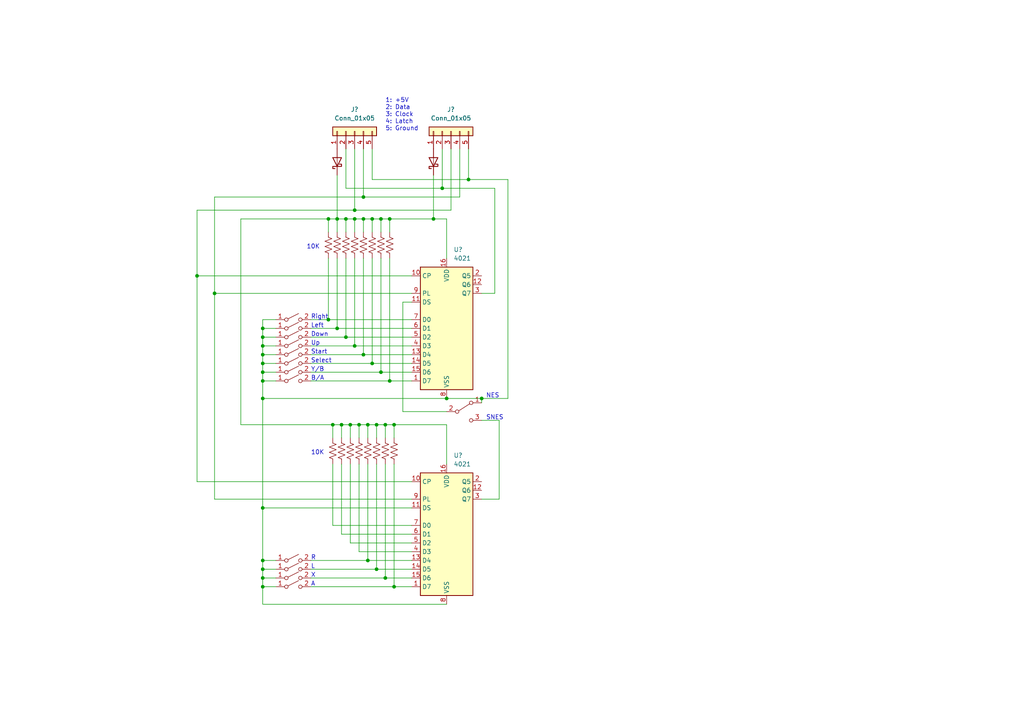
<source format=kicad_sch>
(kicad_sch (version 20230121) (generator eeschema)
  (paper "A4")
  (lib_symbols
    (symbol "4xxx:4021"
      (property "Reference" "U" (at -5.08 19.05 0))
      (property "Value" "4021" (at 3.81 19.05 0))
      (symbol "4021_0_1"
        (rectangle (start -7.62 17.78) (end 7.62 -17.78) (stroke (width 0.254)) (fill (type background)))
      )
      (symbol "4021_1_1"
        (pin input line (at -10.16 -15.24 0) (length 2.54) (name "D7") (number "1"))
        (pin input line (at -10.16 15.24 0) (length 2.54) (name "CP") (number "10"))
        (pin input line (at -10.16 7.62 0) (length 2.54) (name "DS") (number "11"))
        (pin output line (at 10.16 12.7 180) (length 2.54) (name "Q6") (number "12"))
        (pin input line (at -10.16 -7.62 0) (length 2.54) (name "D4") (number "13"))
        (pin input line (at -10.16 -10.16 0) (length 2.54) (name "D5") (number "14"))
        (pin input line (at -10.16 -12.7 0) (length 2.54) (name "D6") (number "15"))
        (pin power_in line (at 0 20.32 270) (length 2.54) (name "VDD") (number "16"))
        (pin output line (at 10.16 15.24 180) (length 2.54) (name "Q5") (number "2"))
        (pin output line (at 10.16 10.16 180) (length 2.54) (name "Q7") (number "3"))
        (pin input line (at -10.16 -5.08 0) (length 2.54) (name "D3") (number "4"))
        (pin input line (at -10.16 -2.54 0) (length 2.54) (name "D2") (number "5"))
        (pin input line (at -10.16 0 0) (length 2.54) (name "D1") (number "6"))
        (pin input line (at -10.16 2.54 0) (length 2.54) (name "D0") (number "7"))
        (pin power_in line (at 0 -20.32 90) (length 2.54) (name "VSS") (number "8"))
        (pin input line (at -10.16 10.16 0) (length 2.54) (name "PL") (number "9"))
      )
    )
    (symbol "Connector_Generic:Conn_01x05" (pin_names (offset 1.016) hide)
      (property "Reference" "J" (at 0 7.62 0))
      (property "Value" "Conn_01x05" (at 0 -7.62 0))
      (symbol "Conn_01x05_1_1"
        (rectangle (start -1.27 -4.953) (end 0 -5.207) (stroke (width 0.1524)))
        (rectangle (start -1.27 -2.413) (end 0 -2.667) (stroke (width 0.1524)))
        (rectangle (start -1.27 0.127) (end 0 -0.127) (stroke (width 0.1524)))
        (rectangle (start -1.27 2.667) (end 0 2.413) (stroke (width 0.1524)))
        (rectangle (start -1.27 5.207) (end 0 4.953) (stroke (width 0.1524)))
        (rectangle (start -1.27 6.35) (end 1.27 -6.35) (stroke (width 0.254)) (fill (type background)))
        (pin passive line (at -5.08 5.08 0) (length 3.81) (name "Pin_1") (number "1"))
        (pin passive line (at -5.08 2.54 0) (length 3.81) (name "Pin_2") (number "2"))
        (pin passive line (at -5.08 0 0) (length 3.81) (name "Pin_3") (number "3"))
        (pin passive line (at -5.08 -2.54 0) (length 3.81) (name "Pin_4") (number "4"))
        (pin passive line (at -5.08 -5.08 0) (length 3.81) (name "Pin_5") (number "5"))
      )
    )
    (symbol "Device:D_Schottky" (pin_numbers hide) (pin_names (offset 1.016) hide)
      (property "Reference" "D" (at 0 2.54 0))
      (property "Value" "D_Schottky" (at 0 -2.54 0))
      (symbol "D_Schottky_0_1"
        (polyline (pts (xy 1.27 0) (xy -1.27 0)))
        (polyline (pts (xy 1.27 1.27) (xy 1.27 -1.27) (xy -1.27 0) (xy 1.27 1.27)) (stroke (width 0.254)))
        (polyline (pts (xy -1.905 0.635) (xy -1.905 1.27) (xy -1.27 1.27) (xy -1.27 -1.27) (xy -0.635 -1.27) (xy -0.635 -0.635)) (stroke (width 0.254)))
      )
      (symbol "D_Schottky_1_1"
        (pin passive line (at -3.81 0 0) (length 2.54) (name "K") (number "1"))
        (pin passive line (at 3.81 0 180) (length 2.54) (name "A") (number "2"))
      )
    )
    (symbol "Device:R_US" (pin_numbers hide) (pin_names (offset 0))
      (property "Reference" "R" (at 2.54 0 90))
      (property "Value" "R_US" (at -2.54 0 90))
      (symbol "R_US_0_1"
        (polyline (pts (xy 0 -2.286) (xy 0 -2.54)))
        (polyline (pts (xy 0 2.286) (xy 0 2.54)))
        (polyline (pts (xy 0 -0.762) (xy 1.016 -1.143) (xy 0 -1.524) (xy -1.016 -1.905) (xy 0 -2.286)))
        (polyline (pts (xy 0 0.762) (xy 1.016 0.381) (xy 0 0) (xy -1.016 -0.381) (xy 0 -0.762)))
        (polyline (pts (xy 0 2.286) (xy 1.016 1.905) (xy 0 1.524) (xy -1.016 1.143) (xy 0 0.762)))
      )
      (symbol "R_US_1_1"
        (pin passive line (at 0 3.81 270) (length 1.27) (name "~") (number "1"))
        (pin passive line (at 0 -3.81 90) (length 1.27) (name "~") (number "2"))
      )
    )
    (symbol "Switch:SW_SPDT" (pin_names (offset 0) hide)
      (property "Reference" "SW" (at 0 4.318 0))
      (property "Value" "SW_SPDT" (at 0 -5.08 0))
      (symbol "SW_SPDT_0_0"
        (circle (center -2.032 0) (radius 0.508))
        (circle (center 2.032 -2.54) (radius 0.508))
      )
      (symbol "SW_SPDT_0_1"
        (polyline (pts (xy -1.524 0.254) (xy 1.651 2.286)))
        (circle (center 2.032 2.54) (radius 0.508))
      )
      (symbol "SW_SPDT_1_1"
        (pin passive line (at 5.08 2.54 180) (length 2.54) (name "A") (number "1"))
        (pin passive line (at -5.08 0 0) (length 2.54) (name "B") (number "2"))
        (pin passive line (at 5.08 -2.54 180) (length 2.54) (name "C") (number "3"))
      )
    )
    (symbol "Switch:SW_SPST" (pin_names (offset 0) hide)
      (property "Reference" "SW" (at 0 3.175 0))
      (property "Value" "SW_SPST" (at 0 -2.54 0))
      (symbol "SW_SPST_0_0"
        (circle (center -2.032 0) (radius 0.508))
        (polyline (pts (xy -1.524 0.254) (xy 1.524 1.778)))
        (circle (center 2.032 0) (radius 0.508))
      )
      (symbol "SW_SPST_1_1"
        (pin passive line (at -5.08 0 0) (length 2.54) (name "A") (number "1"))
        (pin passive line (at 5.08 0 180) (length 2.54) (name "B") (number "2"))
      )
    )
  )
  (junction (at 95.25 63.5))
  (junction (at 105.41 57.15))
  (junction (at 101.6 123.19))
  (junction (at 100.33 63.5))
  (junction (at 76.2 102.87))
  (junction (at 97.79 95.25))
  (junction (at 100.33 97.79))
  (junction (at 99.06 123.19))
  (junction (at 105.41 63.5))
  (junction (at 76.2 100.33))
  (junction (at 135.89 52.07))
  (junction (at 95.25 92.71))
  (junction (at 114.3 170.18))
  (junction (at 114.3 123.19))
  (junction (at 97.79 63.5))
  (junction (at 76.2 107.95))
  (junction (at 102.87 100.33))
  (junction (at 76.2 105.41))
  (junction (at 76.2 97.79))
  (junction (at 113.03 63.5))
  (junction (at 76.2 162.56))
  (junction (at 76.2 165.1))
  (junction (at 110.49 63.5))
  (junction (at 104.14 123.19))
  (junction (at 111.76 123.19))
  (junction (at 109.22 165.1))
  (junction (at 128.27 54.61))
  (junction (at 96.52 123.19))
  (junction (at 111.76 167.64))
  (junction (at 57.15 80.01))
  (junction (at 107.95 105.41))
  (junction (at 76.2 167.64))
  (junction (at 76.2 170.18))
  (junction (at 106.68 123.19))
  (junction (at 129.54 115.57))
  (junction (at 76.2 110.49))
  (junction (at 107.95 63.5))
  (junction (at 102.87 60.96))
  (junction (at 113.03 110.49))
  (junction (at 105.41 102.87))
  (junction (at 139.7 115.57))
  (junction (at 125.73 63.5))
  (junction (at 102.87 63.5))
  (junction (at 76.2 95.25))
  (junction (at 76.2 147.32))
  (junction (at 62.23 85.09))
  (junction (at 106.68 162.56))
  (junction (at 110.49 107.95))
  (junction (at 109.22 123.19))
  (junction (at 76.2 115.57))
  (wire (pts (xy 111.76 123.19) (xy 114.3 123.19)))
  (wire (pts (xy 135.89 52.07) (xy 147.32 52.07)))
  (wire (pts (xy 76.2 92.71) (xy 76.2 95.25)))
  (wire (pts (xy 129.54 123.19) (xy 129.54 134.62)))
  (wire (pts (xy 139.7 121.92) (xy 144.78 121.92)))
  (wire (pts (xy 96.52 123.19) (xy 69.85 123.19)))
  (wire (pts (xy 96.52 127) (xy 96.52 123.19)))
  (wire (pts (xy 129.54 63.5) (xy 129.54 74.93)))
  (wire (pts (xy 102.87 100.33) (xy 119.38 100.33)))
  (wire (pts (xy 105.41 63.5) (xy 105.41 67.31)))
  (wire (pts (xy 102.87 74.93) (xy 102.87 100.33)))
  (wire (pts (xy 106.68 162.56) (xy 119.38 162.56)))
  (wire (pts (xy 99.06 154.94) (xy 119.38 154.94)))
  (wire (pts (xy 99.06 123.19) (xy 99.06 127)))
  (wire (pts (xy 102.87 43.18) (xy 102.87 60.96)))
  (wire (pts (xy 57.15 60.96) (xy 102.87 60.96)))
  (wire (pts (xy 109.22 134.62) (xy 109.22 165.1)))
  (wire (pts (xy 99.06 134.62) (xy 99.06 154.94)))
  (wire (pts (xy 100.33 43.18) (xy 100.33 54.61)))
  (wire (pts (xy 105.41 63.5) (xy 107.95 63.5)))
  (wire (pts (xy 76.2 147.32) (xy 76.2 162.56)))
  (wire (pts (xy 107.95 63.5) (xy 110.49 63.5)))
  (wire (pts (xy 116.84 119.38) (xy 129.54 119.38)))
  (wire (pts (xy 104.14 134.62) (xy 104.14 160.02)))
  (wire (pts (xy 114.3 123.19) (xy 114.3 127)))
  (wire (pts (xy 76.2 97.79) (xy 80.01 97.79)))
  (wire (pts (xy 119.38 85.09) (xy 62.23 85.09)))
  (wire (pts (xy 76.2 95.25) (xy 80.01 95.25)))
  (wire (pts (xy 110.49 63.5) (xy 110.49 67.31)))
  (wire (pts (xy 101.6 123.19) (xy 104.14 123.19)))
  (wire (pts (xy 114.3 170.18) (xy 119.38 170.18)))
  (wire (pts (xy 100.33 63.5) (xy 100.33 67.31)))
  (wire (pts (xy 102.87 63.5) (xy 105.41 63.5)))
  (wire (pts (xy 113.03 74.93) (xy 113.03 110.49)))
  (wire (pts (xy 107.95 63.5) (xy 107.95 67.31)))
  (wire (pts (xy 90.17 107.95) (xy 110.49 107.95)))
  (wire (pts (xy 76.2 162.56) (xy 80.01 162.56)))
  (wire (pts (xy 113.03 63.5) (xy 125.73 63.5)))
  (wire (pts (xy 116.84 87.63) (xy 116.84 119.38)))
  (wire (pts (xy 109.22 123.19) (xy 109.22 127)))
  (wire (pts (xy 76.2 110.49) (xy 80.01 110.49)))
  (wire (pts (xy 107.95 105.41) (xy 119.38 105.41)))
  (wire (pts (xy 90.17 165.1) (xy 109.22 165.1)))
  (wire (pts (xy 101.6 157.48) (xy 119.38 157.48)))
  (wire (pts (xy 114.3 134.62) (xy 114.3 170.18)))
  (wire (pts (xy 76.2 167.64) (xy 80.01 167.64)))
  (wire (pts (xy 100.33 63.5) (xy 102.87 63.5)))
  (wire (pts (xy 57.15 60.96) (xy 57.15 80.01)))
  (wire (pts (xy 90.17 100.33) (xy 102.87 100.33)))
  (wire (pts (xy 104.14 123.19) (xy 106.68 123.19)))
  (wire (pts (xy 105.41 102.87) (xy 119.38 102.87)))
  (wire (pts (xy 105.41 43.18) (xy 105.41 57.15)))
  (wire (pts (xy 76.2 95.25) (xy 76.2 97.79)))
  (wire (pts (xy 99.06 123.19) (xy 101.6 123.19)))
  (wire (pts (xy 135.89 43.18) (xy 135.89 52.07)))
  (wire (pts (xy 104.14 160.02) (xy 119.38 160.02)))
  (wire (pts (xy 90.17 170.18) (xy 114.3 170.18)))
  (wire (pts (xy 62.23 57.15) (xy 105.41 57.15)))
  (wire (pts (xy 76.2 105.41) (xy 80.01 105.41)))
  (wire (pts (xy 76.2 165.1) (xy 76.2 167.64)))
  (wire (pts (xy 113.03 110.49) (xy 119.38 110.49)))
  (wire (pts (xy 62.23 85.09) (xy 62.23 144.78)))
  (wire (pts (xy 111.76 167.64) (xy 119.38 167.64)))
  (wire (pts (xy 76.2 115.57) (xy 76.2 147.32)))
  (wire (pts (xy 144.78 121.92) (xy 144.78 144.78)))
  (wire (pts (xy 76.2 110.49) (xy 76.2 115.57)))
  (wire (pts (xy 114.3 123.19) (xy 129.54 123.19)))
  (wire (pts (xy 130.81 43.18) (xy 130.81 60.96)))
  (wire (pts (xy 128.27 54.61) (xy 143.51 54.61)))
  (wire (pts (xy 125.73 50.8) (xy 125.73 63.5)))
  (wire (pts (xy 76.2 165.1) (xy 80.01 165.1)))
  (wire (pts (xy 57.15 139.7) (xy 119.38 139.7)))
  (wire (pts (xy 76.2 105.41) (xy 76.2 107.95)))
  (wire (pts (xy 95.25 74.93) (xy 95.25 92.71)))
  (wire (pts (xy 101.6 123.19) (xy 101.6 127)))
  (wire (pts (xy 105.41 74.93) (xy 105.41 102.87)))
  (wire (pts (xy 90.17 102.87) (xy 105.41 102.87)))
  (wire (pts (xy 144.78 144.78) (xy 139.7 144.78)))
  (wire (pts (xy 129.54 115.57) (xy 139.7 115.57)))
  (wire (pts (xy 96.52 123.19) (xy 99.06 123.19)))
  (wire (pts (xy 95.25 67.31) (xy 95.25 63.5)))
  (wire (pts (xy 76.2 102.87) (xy 80.01 102.87)))
  (wire (pts (xy 109.22 165.1) (xy 119.38 165.1)))
  (wire (pts (xy 107.95 43.18) (xy 107.95 52.07)))
  (wire (pts (xy 90.17 92.71) (xy 95.25 92.71)))
  (wire (pts (xy 76.2 170.18) (xy 76.2 175.26)))
  (wire (pts (xy 90.17 110.49) (xy 113.03 110.49)))
  (wire (pts (xy 107.95 74.93) (xy 107.95 105.41)))
  (wire (pts (xy 95.25 63.5) (xy 97.79 63.5)))
  (wire (pts (xy 76.2 97.79) (xy 76.2 100.33)))
  (wire (pts (xy 125.73 63.5) (xy 129.54 63.5)))
  (wire (pts (xy 96.52 134.62) (xy 96.52 152.4)))
  (wire (pts (xy 106.68 123.19) (xy 109.22 123.19)))
  (wire (pts (xy 76.2 170.18) (xy 80.01 170.18)))
  (wire (pts (xy 76.2 115.57) (xy 129.54 115.57)))
  (wire (pts (xy 147.32 115.57) (xy 139.7 115.57)))
  (wire (pts (xy 109.22 123.19) (xy 111.76 123.19)))
  (wire (pts (xy 102.87 60.96) (xy 130.81 60.96)))
  (wire (pts (xy 128.27 43.18) (xy 128.27 54.61)))
  (wire (pts (xy 100.33 74.93) (xy 100.33 97.79)))
  (wire (pts (xy 111.76 134.62) (xy 111.76 167.64)))
  (wire (pts (xy 97.79 63.5) (xy 100.33 63.5)))
  (wire (pts (xy 119.38 87.63) (xy 116.84 87.63)))
  (wire (pts (xy 100.33 97.79) (xy 119.38 97.79)))
  (wire (pts (xy 90.17 162.56) (xy 106.68 162.56)))
  (wire (pts (xy 101.6 134.62) (xy 101.6 157.48)))
  (wire (pts (xy 100.33 54.61) (xy 128.27 54.61)))
  (wire (pts (xy 143.51 54.61) (xy 143.51 85.09)))
  (wire (pts (xy 97.79 95.25) (xy 119.38 95.25)))
  (wire (pts (xy 90.17 167.64) (xy 111.76 167.64)))
  (wire (pts (xy 90.17 95.25) (xy 97.79 95.25)))
  (wire (pts (xy 107.95 52.07) (xy 135.89 52.07)))
  (wire (pts (xy 105.41 57.15) (xy 133.35 57.15)))
  (wire (pts (xy 69.85 63.5) (xy 95.25 63.5)))
  (wire (pts (xy 96.52 152.4) (xy 119.38 152.4)))
  (wire (pts (xy 62.23 144.78) (xy 119.38 144.78)))
  (wire (pts (xy 76.2 147.32) (xy 119.38 147.32)))
  (wire (pts (xy 80.01 92.71) (xy 76.2 92.71)))
  (wire (pts (xy 76.2 107.95) (xy 76.2 110.49)))
  (wire (pts (xy 76.2 167.64) (xy 76.2 170.18)))
  (wire (pts (xy 76.2 175.26) (xy 129.54 175.26)))
  (wire (pts (xy 76.2 100.33) (xy 76.2 102.87)))
  (wire (pts (xy 113.03 63.5) (xy 113.03 67.31)))
  (wire (pts (xy 106.68 123.19) (xy 106.68 127)))
  (wire (pts (xy 110.49 63.5) (xy 113.03 63.5)))
  (wire (pts (xy 76.2 100.33) (xy 80.01 100.33)))
  (wire (pts (xy 97.79 50.8) (xy 97.79 63.5)))
  (wire (pts (xy 139.7 115.57) (xy 139.7 116.84)))
  (wire (pts (xy 102.87 63.5) (xy 102.87 67.31)))
  (wire (pts (xy 95.25 92.71) (xy 119.38 92.71)))
  (wire (pts (xy 76.2 162.56) (xy 76.2 165.1)))
  (wire (pts (xy 76.2 107.95) (xy 80.01 107.95)))
  (wire (pts (xy 62.23 57.15) (xy 62.23 85.09)))
  (wire (pts (xy 106.68 134.62) (xy 106.68 162.56)))
  (wire (pts (xy 143.51 85.09) (xy 139.7 85.09)))
  (wire (pts (xy 90.17 105.41) (xy 107.95 105.41)))
  (wire (pts (xy 97.79 74.93) (xy 97.79 95.25)))
  (wire (pts (xy 97.79 63.5) (xy 97.79 67.31)))
  (wire (pts (xy 110.49 74.93) (xy 110.49 107.95)))
  (wire (pts (xy 76.2 102.87) (xy 76.2 105.41)))
  (wire (pts (xy 57.15 80.01) (xy 57.15 139.7)))
  (wire (pts (xy 110.49 107.95) (xy 119.38 107.95)))
  (wire (pts (xy 133.35 43.18) (xy 133.35 57.15)))
  (wire (pts (xy 119.38 80.01) (xy 57.15 80.01)))
  (wire (pts (xy 90.17 97.79) (xy 100.33 97.79)))
  (wire (pts (xy 104.14 123.19) (xy 104.14 127)))
  (wire (pts (xy 69.85 123.19) (xy 69.85 63.5)))
  (wire (pts (xy 111.76 123.19) (xy 111.76 127)))
  (wire (pts (xy 147.32 52.07) (xy 147.32 115.57)))
  (text "Left" (at 90.17 95.25 0) (effects (font (size 1.27 1.27)) (justify left bottom)))
  (text "R" (at 90.17 162.56 0) (effects (font (size 1.27 1.27)) (justify left bottom)))
  (text "A" (at 90.17 170.18 0) (effects (font (size 1.27 1.27)) (justify left bottom)))
  (text "Y/B" (at 90.17 107.95 0) (effects (font (size 1.27 1.27)) (justify left bottom)))
  (text "Select" (at 90.17 105.41 0) (effects (font (size 1.27 1.27)) (justify left bottom)))
  (text "10K" (at 88.9 72.39 0) (effects (font (size 1.27 1.27)) (justify left bottom)))
  (text "SNES" (at 140.97 121.92 0) (effects (font (size 1.27 1.27)) (justify left bottom)))
  (text "Start" (at 90.17 102.87 0) (effects (font (size 1.27 1.27)) (justify left bottom)))
  (text "Down" (at 90.17 97.79 0) (effects (font (size 1.27 1.27)) (justify left bottom)))
  (text "L" (at 90.17 165.1 0) (effects (font (size 1.27 1.27)) (justify left bottom)))
  (text "Up" (at 90.17 100.33 0) (effects (font (size 1.27 1.27)) (justify left bottom)))
  (text "X" (at 90.17 167.64 0) (effects (font (size 1.27 1.27)) (justify left bottom)))
  (text "10K" (at 90.17 132.08 0) (effects (font (size 1.27 1.27)) (justify left bottom)))
  (text "1: +5V\n2: Data\n3: Clock\n4: Latch\n5: Ground" (at 111.76 38.1 0) (effects (font (size 1.27 1.27)) (justify left bottom)))
  (text "B/A" (at 90.17 110.49 0) (effects (font (size 1.27 1.27)) (justify left bottom)))
  (text "Right" (at 90.17 92.71 0) (effects (font (size 1.27 1.27)) (justify left bottom)))
  (text "NES" (at 140.97 115.57 0) (effects (font (size 1.27 1.27)) (justify left bottom)))
  (symbol (lib_id "Switch:SW_SPST") (at 85.09 167.64 0) (unit 1)
    (property "Reference" "SW?" (effects hide))
    (property "Value" "SW_SPST" (effects hide))
  )
  (symbol (lib_id "Switch:SW_SPST") (at 85.09 110.49 0) (unit 1)
    (property "Reference" "SW?" (effects hide))
    (property "Value" "SW_SPST" (effects hide))
  )
  (symbol (lib_id "Switch:SW_SPST") (at 85.09 92.71 0) (unit 1)
    (property "Reference" "SW?" (effects hide))
    (property "Value" "SW_SPST" (effects hide))
  )
  (symbol (lib_id "Connector_Generic:Conn_01x05") (at 130.81 38.1 90) (unit 1)
    (property "Reference" "J?" (at 130.81 31.75 90))
    (property "Value" "Conn_01x05" (at 130.81 34.29 90))
  )
  (symbol (lib_id "Switch:SW_SPST") (at 85.09 170.18 0) (unit 1)
    (property "Reference" "SW?" (effects hide))
    (property "Value" "SW_SPST" (effects hide))
  )
  (symbol (lib_id "4xxx:4021") (at 129.54 95.25 0) (unit 1)
    (property "Reference" "U?" (at 131.5594 72.39 0) (effects (justify left)))
    (property "Value" "4021" (at 131.5594 74.93 0) (effects (justify left)))
    (property "Datasheet" "https://assets.nexperia.com/documents/data-sheet/HEF4021B.pdf" (effects hide))
  )
  (symbol (lib_id "Switch:SW_SPDT") (at 134.62 119.38 0) (unit 1)
    (property "Reference" "SW?" (effects hide))
    (property "Value" "SW_SPDT" (effects hide))
  )
  (symbol (lib_id "Device:R_US") (at 105.41 71.12 0) (unit 1)
    (property "Reference" "R?" (effects hide))
    (property "Value" "R_US" (effects hide))
  )
  (symbol (lib_id "Device:R_US") (at 99.06 130.81 0) (unit 1)
    (property "Reference" "R?" (effects hide))
    (property "Value" "R_US" (effects hide))
  )
  (symbol (lib_id "Switch:SW_SPST") (at 85.09 100.33 0) (unit 1)
    (property "Reference" "SW?" (effects hide))
    (property "Value" "SW_SPST" (effects hide))
  )
  (symbol (lib_id "Device:R_US") (at 100.33 71.12 0) (unit 1)
    (property "Reference" "R?" (effects hide))
    (property "Value" "R_US" (effects hide))
  )
  (symbol (lib_id "Switch:SW_SPST") (at 85.09 105.41 0) (unit 1)
    (property "Reference" "SW?" (effects hide))
    (property "Value" "SW_SPST" (effects hide))
  )
  (symbol (lib_id "Device:R_US") (at 111.76 130.81 0) (unit 1)
    (property "Reference" "R?" (effects hide))
    (property "Value" "R_US" (effects hide))
  )
  (symbol (lib_id "Device:R_US") (at 113.03 71.12 0) (unit 1)
    (property "Reference" "R?" (effects hide))
    (property "Value" "R_US" (effects hide))
  )
  (symbol (lib_id "Device:R_US") (at 110.49 71.12 0) (unit 1)
    (property "Reference" "R?" (effects hide))
    (property "Value" "R_US" (effects hide))
  )
  (symbol (lib_id "Device:R_US") (at 106.68 130.81 0) (unit 1)
    (property "Reference" "R?" (effects hide))
    (property "Value" "R_US" (effects hide))
  )
  (symbol (lib_id "Device:R_US") (at 107.95 71.12 0) (unit 1)
    (property "Reference" "R?" (effects hide))
    (property "Value" "R_US" (effects hide))
  )
  (symbol (lib_id "Device:R_US") (at 96.52 130.81 0) (unit 1)
    (property "Reference" "R?" (effects hide))
    (property "Value" "R_US" (effects hide))
  )
  (symbol (lib_id "Switch:SW_SPST") (at 85.09 165.1 0) (unit 1)
    (property "Reference" "SW?" (effects hide))
    (property "Value" "SW_SPST" (effects hide))
  )
  (symbol (lib_id "Connector_Generic:Conn_01x05") (at 102.87 38.1 90) (unit 1)
    (property "Reference" "J?" (at 102.87 31.75 90))
    (property "Value" "Conn_01x05" (at 102.87 34.29 90))
  )
  (symbol (lib_id "Device:D_Schottky") (at 97.79 46.99 90) (unit 1)
    (property "Reference" "D?" (effects hide))
    (property "Value" "D_Schottky" (effects hide))
  )
  (symbol (lib_id "Switch:SW_SPST") (at 85.09 107.95 0) (unit 1)
    (property "Reference" "SW?" (effects hide))
    (property "Value" "SW_SPST" (effects hide))
  )
  (symbol (lib_id "Switch:SW_SPST") (at 85.09 97.79 0) (unit 1)
    (property "Reference" "SW?" (effects hide))
    (property "Value" "SW_SPST" (effects hide))
  )
  (symbol (lib_id "Switch:SW_SPST") (at 85.09 162.56 0) (unit 1)
    (property "Reference" "SW?" (effects hide))
    (property "Value" "SW_SPST" (effects hide))
  )
  (symbol (lib_id "Device:R_US") (at 114.3 130.81 0) (unit 1)
    (property "Reference" "R?" (effects hide))
    (property "Value" "R_US" (effects hide))
  )
  (symbol (lib_id "Device:R_US") (at 104.14 130.81 0) (unit 1)
    (property "Reference" "R?" (effects hide))
    (property "Value" "R_US" (effects hide))
  )
  (symbol (lib_id "Device:D_Schottky") (at 125.73 46.99 90) (unit 1)
    (property "Reference" "D?" (effects hide))
    (property "Value" "D_Schottky" (effects hide))
  )
  (symbol (lib_id "Switch:SW_SPST") (at 85.09 102.87 0) (unit 1)
    (property "Reference" "SW?" (effects hide))
    (property "Value" "SW_SPST" (effects hide))
  )
  (symbol (lib_id "Device:R_US") (at 101.6 130.81 0) (unit 1)
    (property "Reference" "R?" (effects hide))
    (property "Value" "R_US" (effects hide))
  )
  (symbol (lib_id "4xxx:4021") (at 129.54 154.94 0) (unit 1)
    (property "Reference" "U?" (at 131.5594 132.08 0) (effects (justify left)))
    (property "Value" "4021" (at 131.5594 134.62 0) (effects (justify left)))
    (property "Datasheet" "https://assets.nexperia.com/documents/data-sheet/HEF4021B.pdf" (effects hide))
  )
  (symbol (lib_id "Device:R_US") (at 102.87 71.12 0) (unit 1)
    (property "Reference" "R?" (effects hide))
    (property "Value" "R_US" (effects hide))
  )
  (symbol (lib_id "Switch:SW_SPST") (at 85.09 95.25 0) (unit 1)
    (property "Reference" "SW?" (effects hide))
    (property "Value" "SW_SPST" (effects hide))
  )
  (symbol (lib_id "Device:R_US") (at 97.79 71.12 0) (unit 1)
    (property "Reference" "R?" (effects hide))
    (property "Value" "R_US" (effects hide))
  )
  (symbol (lib_id "Device:R_US") (at 95.25 71.12 0) (unit 1)
    (property "Reference" "R?" (effects hide))
    (property "Value" "R_US" (effects hide))
  )
  (symbol (lib_id "Device:R_US") (at 109.22 130.81 0) (unit 1)
    (property "Reference" "R?" (effects hide))
    (property "Value" "R_US" (effects hide))
  )
)
</source>
